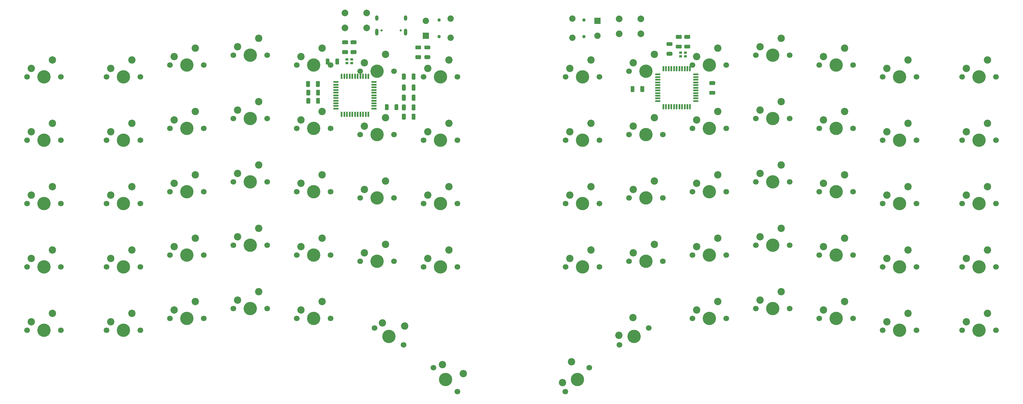
<source format=gbr>
%TF.GenerationSoftware,KiCad,Pcbnew,(5.1.10)-1*%
%TF.CreationDate,2021-08-08T19:29:01+02:00*%
%TF.ProjectId,T1,54312e6b-6963-4616-945f-706362585858,rev?*%
%TF.SameCoordinates,Original*%
%TF.FileFunction,Soldermask,Bot*%
%TF.FilePolarity,Negative*%
%FSLAX46Y46*%
G04 Gerber Fmt 4.6, Leading zero omitted, Abs format (unit mm)*
G04 Created by KiCad (PCBNEW (5.1.10)-1) date 2021-08-08 19:29:01*
%MOMM*%
%LPD*%
G01*
G04 APERTURE LIST*
%ADD10C,1.700000*%
%ADD11C,4.000000*%
%ADD12C,2.200000*%
%ADD13O,1.000000X2.100000*%
%ADD14C,0.650000*%
%ADD15O,1.000000X1.600000*%
%ADD16R,0.900000X0.800000*%
%ADD17R,0.550000X1.500000*%
%ADD18R,1.500000X0.550000*%
%ADD19C,2.000000*%
%ADD20C,1.000000*%
%ADD21C,1.900000*%
%ADD22R,1.900000X1.900000*%
G04 APERTURE END LIST*
D10*
%TO.C,SW43*%
X174148750Y-63404750D03*
D11*
X179228750Y-63404750D03*
D12*
X175418750Y-60864750D03*
X181768750Y-58324750D03*
%TD*%
D10*
%TO.C,SW16*%
X65500250Y-58578750D03*
X55340250Y-58578750D03*
D11*
X60420250Y-58578750D03*
D12*
X56610250Y-56038750D03*
X62960250Y-53498750D03*
%TD*%
D10*
%TO.C,SW26*%
X103600250Y-63404750D03*
X93440250Y-63404750D03*
D11*
X98520250Y-63404750D03*
D12*
X94710250Y-60864750D03*
X101060250Y-58324750D03*
%TD*%
D10*
%TO.C,SW72*%
X284384750Y-141255750D03*
X274224750Y-141255750D03*
D11*
X279304750Y-141255750D03*
D12*
X275494750Y-138715750D03*
X281844750Y-136175750D03*
%TD*%
D10*
%TO.C,SW71*%
X284384750Y-122205750D03*
X274224750Y-122205750D03*
D11*
X279304750Y-122205750D03*
D12*
X275494750Y-119665750D03*
X281844750Y-117125750D03*
%TD*%
D10*
%TO.C,SW70*%
X284384750Y-103155750D03*
X274224750Y-103155750D03*
D11*
X279304750Y-103155750D03*
D12*
X275494750Y-100615750D03*
X281844750Y-98075750D03*
%TD*%
D10*
%TO.C,SW69*%
X284384750Y-84105750D03*
X274224750Y-84105750D03*
D11*
X279304750Y-84105750D03*
D12*
X275494750Y-81565750D03*
X281844750Y-79025750D03*
%TD*%
D10*
%TO.C,SW68*%
X284384750Y-65055750D03*
X274224750Y-65055750D03*
D11*
X279304750Y-65055750D03*
D12*
X275494750Y-62515750D03*
X281844750Y-59975750D03*
%TD*%
D10*
%TO.C,SW67*%
X260508750Y-141255750D03*
X250348750Y-141255750D03*
D11*
X255428750Y-141255750D03*
D12*
X251618750Y-138715750D03*
X257968750Y-136175750D03*
%TD*%
D10*
%TO.C,SW66*%
X260508750Y-122205750D03*
X250348750Y-122205750D03*
D11*
X255428750Y-122205750D03*
D12*
X251618750Y-119665750D03*
X257968750Y-117125750D03*
%TD*%
D10*
%TO.C,SW65*%
X260508750Y-103155750D03*
X250348750Y-103155750D03*
D11*
X255428750Y-103155750D03*
D12*
X251618750Y-100615750D03*
X257968750Y-98075750D03*
%TD*%
D10*
%TO.C,SW64*%
X260508750Y-84105750D03*
X250348750Y-84105750D03*
D11*
X255428750Y-84105750D03*
D12*
X251618750Y-81565750D03*
X257968750Y-79025750D03*
%TD*%
D10*
%TO.C,SW63*%
X260508750Y-65055750D03*
X250348750Y-65055750D03*
D11*
X255428750Y-65055750D03*
D12*
X251618750Y-62515750D03*
X257968750Y-59975750D03*
%TD*%
D10*
%TO.C,SW62*%
X241458750Y-137699750D03*
X231298750Y-137699750D03*
D11*
X236378750Y-137699750D03*
D12*
X232568750Y-135159750D03*
X238918750Y-132619750D03*
%TD*%
D10*
%TO.C,SW61*%
X241458750Y-118649750D03*
X231298750Y-118649750D03*
D11*
X236378750Y-118649750D03*
D12*
X232568750Y-116109750D03*
X238918750Y-113569750D03*
%TD*%
D10*
%TO.C,SW60*%
X241458750Y-99599750D03*
X231298750Y-99599750D03*
D11*
X236378750Y-99599750D03*
D12*
X232568750Y-97059750D03*
X238918750Y-94519750D03*
%TD*%
D10*
%TO.C,SW59*%
X241458750Y-80549750D03*
X231298750Y-80549750D03*
D11*
X236378750Y-80549750D03*
D12*
X232568750Y-78009750D03*
X238918750Y-75469750D03*
%TD*%
D10*
%TO.C,SW58*%
X241458750Y-61499750D03*
X231298750Y-61499750D03*
D11*
X236378750Y-61499750D03*
D12*
X232568750Y-58959750D03*
X238918750Y-56419750D03*
%TD*%
D10*
%TO.C,SW57*%
X222408750Y-134778750D03*
X212248750Y-134778750D03*
D11*
X217328750Y-134778750D03*
D12*
X213518750Y-132238750D03*
X219868750Y-129698750D03*
%TD*%
D10*
%TO.C,SW56*%
X222408750Y-115728750D03*
X212248750Y-115728750D03*
D11*
X217328750Y-115728750D03*
D12*
X213518750Y-113188750D03*
X219868750Y-110648750D03*
%TD*%
D10*
%TO.C,SW55*%
X222408750Y-96678750D03*
X212248750Y-96678750D03*
D11*
X217328750Y-96678750D03*
D12*
X213518750Y-94138750D03*
X219868750Y-91598750D03*
%TD*%
D10*
%TO.C,SW54*%
X222408750Y-77628750D03*
X212248750Y-77628750D03*
D11*
X217328750Y-77628750D03*
D12*
X213518750Y-75088750D03*
X219868750Y-72548750D03*
%TD*%
D10*
%TO.C,SW53*%
X222408750Y-58578750D03*
X212248750Y-58578750D03*
D11*
X217328750Y-58578750D03*
D12*
X213518750Y-56038750D03*
X219868750Y-53498750D03*
%TD*%
D10*
%TO.C,SW52*%
X203358750Y-137699750D03*
X193198750Y-137699750D03*
D11*
X198278750Y-137699750D03*
D12*
X194468750Y-135159750D03*
X200818750Y-132619750D03*
%TD*%
D10*
%TO.C,SW51*%
X203358750Y-118649750D03*
X193198750Y-118649750D03*
D11*
X198278750Y-118649750D03*
D12*
X194468750Y-116109750D03*
X200818750Y-113569750D03*
%TD*%
D10*
%TO.C,SW50*%
X203358750Y-99599750D03*
X193198750Y-99599750D03*
D11*
X198278750Y-99599750D03*
D12*
X194468750Y-97059750D03*
X200818750Y-94519750D03*
%TD*%
D10*
%TO.C,SW49*%
X203358750Y-80549750D03*
X193198750Y-80549750D03*
D11*
X198278750Y-80549750D03*
D12*
X194468750Y-78009750D03*
X200818750Y-75469750D03*
%TD*%
D10*
%TO.C,SW48*%
X203358750Y-61499750D03*
X193198750Y-61499750D03*
D11*
X198278750Y-61499750D03*
D12*
X194468750Y-58959750D03*
X200818750Y-56419750D03*
%TD*%
D10*
%TO.C,SW47*%
X180072160Y-140575159D03*
X171273341Y-145655159D03*
D11*
X175672750Y-143115159D03*
D12*
X171103194Y-142820455D03*
X175332455Y-137445750D03*
%TD*%
D10*
%TO.C,SW46*%
X184308750Y-120554750D03*
X174148750Y-120554750D03*
D11*
X179228750Y-120554750D03*
D12*
X175418750Y-118014750D03*
X181768750Y-115474750D03*
%TD*%
D10*
%TO.C,SW45*%
X184308750Y-101504750D03*
X174148750Y-101504750D03*
D11*
X179228750Y-101504750D03*
D12*
X175418750Y-98964750D03*
X181768750Y-96424750D03*
%TD*%
D10*
%TO.C,SW44*%
X184308750Y-82454750D03*
X174148750Y-82454750D03*
D11*
X179228750Y-82454750D03*
D12*
X175418750Y-79914750D03*
X181768750Y-77374750D03*
%TD*%
D10*
%TO.C,SW42*%
X162246853Y-152522647D03*
X155062648Y-159706852D03*
D11*
X158654750Y-156114750D03*
D12*
X154164622Y-157012775D03*
X156858699Y-150726596D03*
%TD*%
D10*
%TO.C,SW41*%
X165258750Y-122205750D03*
X155098750Y-122205750D03*
D11*
X160178750Y-122205750D03*
D12*
X156368750Y-119665750D03*
X162718750Y-117125750D03*
%TD*%
D10*
%TO.C,SW40*%
X165258750Y-103155750D03*
X155098750Y-103155750D03*
D11*
X160178750Y-103155750D03*
D12*
X156368750Y-100615750D03*
X162718750Y-98075750D03*
%TD*%
D10*
%TO.C,SW39*%
X165258750Y-84105750D03*
X155098750Y-84105750D03*
D11*
X160178750Y-84105750D03*
D12*
X156368750Y-81565750D03*
X162718750Y-79025750D03*
%TD*%
D10*
%TO.C,SW38*%
X165258750Y-65055750D03*
X155098750Y-65055750D03*
D11*
X160178750Y-65055750D03*
D12*
X156368750Y-62515750D03*
X162718750Y-59975750D03*
%TD*%
D13*
%TO.C,J1*%
X98391250Y-51612250D03*
X107031250Y-51612250D03*
D14*
X105601250Y-51082250D03*
D15*
X107031250Y-47432250D03*
D14*
X99821250Y-51082250D03*
D15*
X98391250Y-47432250D03*
%TD*%
D16*
%TO.C,Y2*%
X189704750Y-58874750D03*
X191104750Y-58874750D03*
X191104750Y-57774750D03*
X189704750Y-57774750D03*
%TD*%
%TO.C,Y1*%
X89438250Y-60906750D03*
X90838250Y-60906750D03*
X90838250Y-59806750D03*
X89438250Y-59806750D03*
%TD*%
D17*
%TO.C,U2*%
X184499750Y-74057750D03*
X185299750Y-74057750D03*
X186099750Y-74057750D03*
X186899750Y-74057750D03*
X187699750Y-74057750D03*
X188499750Y-74057750D03*
X189299750Y-74057750D03*
X190099750Y-74057750D03*
X190899750Y-74057750D03*
X191699750Y-74057750D03*
X192499750Y-74057750D03*
D18*
X194199750Y-72357750D03*
X194199750Y-71557750D03*
X194199750Y-70757750D03*
X194199750Y-69957750D03*
X194199750Y-69157750D03*
X194199750Y-68357750D03*
X194199750Y-67557750D03*
X194199750Y-66757750D03*
X194199750Y-65957750D03*
X194199750Y-65157750D03*
X194199750Y-64357750D03*
D17*
X192499750Y-62657750D03*
X191699750Y-62657750D03*
X190899750Y-62657750D03*
X190099750Y-62657750D03*
X189299750Y-62657750D03*
X188499750Y-62657750D03*
X187699750Y-62657750D03*
X186899750Y-62657750D03*
X186099750Y-62657750D03*
X185299750Y-62657750D03*
X184499750Y-62657750D03*
D18*
X182799750Y-64357750D03*
X182799750Y-65157750D03*
X182799750Y-65957750D03*
X182799750Y-66757750D03*
X182799750Y-67557750D03*
X182799750Y-68357750D03*
X182799750Y-69157750D03*
X182799750Y-69957750D03*
X182799750Y-70757750D03*
X182799750Y-71557750D03*
X182799750Y-72357750D03*
%TD*%
D17*
%TO.C,U1*%
X87852750Y-76343750D03*
X88652750Y-76343750D03*
X89452750Y-76343750D03*
X90252750Y-76343750D03*
X91052750Y-76343750D03*
X91852750Y-76343750D03*
X92652750Y-76343750D03*
X93452750Y-76343750D03*
X94252750Y-76343750D03*
X95052750Y-76343750D03*
X95852750Y-76343750D03*
D18*
X97552750Y-74643750D03*
X97552750Y-73843750D03*
X97552750Y-73043750D03*
X97552750Y-72243750D03*
X97552750Y-71443750D03*
X97552750Y-70643750D03*
X97552750Y-69843750D03*
X97552750Y-69043750D03*
X97552750Y-68243750D03*
X97552750Y-67443750D03*
X97552750Y-66643750D03*
D17*
X95852750Y-64943750D03*
X95052750Y-64943750D03*
X94252750Y-64943750D03*
X93452750Y-64943750D03*
X92652750Y-64943750D03*
X91852750Y-64943750D03*
X91052750Y-64943750D03*
X90252750Y-64943750D03*
X89452750Y-64943750D03*
X88652750Y-64943750D03*
X87852750Y-64943750D03*
D18*
X86152750Y-66643750D03*
X86152750Y-67443750D03*
X86152750Y-68243750D03*
X86152750Y-69043750D03*
X86152750Y-69843750D03*
X86152750Y-70643750D03*
X86152750Y-71443750D03*
X86152750Y-72243750D03*
X86152750Y-73043750D03*
X86152750Y-73843750D03*
X86152750Y-74643750D03*
%TD*%
D19*
%TO.C,SW37*%
X177727750Y-47656750D03*
X177727750Y-52156750D03*
X171227750Y-47656750D03*
X171227750Y-52156750D03*
%TD*%
%TO.C,SW36*%
X95368250Y-45878750D03*
X95368250Y-50378750D03*
X88868250Y-45878750D03*
X88868250Y-50378750D03*
%TD*%
D10*
%TO.C,SW35*%
X122632199Y-159724904D03*
X115447994Y-152540699D03*
D11*
X119040096Y-156132801D03*
D12*
X118142071Y-151642673D03*
X124428250Y-154336750D03*
%TD*%
D10*
%TO.C,SW34*%
X122650250Y-122205750D03*
X112490250Y-122205750D03*
D11*
X117570250Y-122205750D03*
D12*
X113760250Y-119665750D03*
X120110250Y-117125750D03*
%TD*%
D10*
%TO.C,SW33*%
X122650250Y-103155750D03*
X112490250Y-103155750D03*
D11*
X117570250Y-103155750D03*
D12*
X113760250Y-100615750D03*
X120110250Y-98075750D03*
%TD*%
D10*
%TO.C,SW32*%
X122650250Y-84105750D03*
X112490250Y-84105750D03*
D11*
X117570250Y-84105750D03*
D12*
X113760250Y-81565750D03*
X120110250Y-79025750D03*
%TD*%
D10*
%TO.C,SW31*%
X122650250Y-65055750D03*
X112490250Y-65055750D03*
D11*
X117570250Y-65055750D03*
D12*
X113760250Y-62515750D03*
X120110250Y-59975750D03*
%TD*%
D10*
%TO.C,SW30*%
X106475660Y-145700750D03*
X97676841Y-140620750D03*
D11*
X102076250Y-143160750D03*
D12*
X100046694Y-139056046D03*
X106815955Y-140031341D03*
%TD*%
D10*
%TO.C,SW29*%
X103600250Y-120554750D03*
X93440250Y-120554750D03*
D11*
X98520250Y-120554750D03*
D12*
X94710250Y-118014750D03*
X101060250Y-115474750D03*
%TD*%
D10*
%TO.C,SW28*%
X103600250Y-101504750D03*
X93440250Y-101504750D03*
D11*
X98520250Y-101504750D03*
D12*
X94710250Y-98964750D03*
X101060250Y-96424750D03*
%TD*%
D10*
%TO.C,SW27*%
X103600250Y-82454750D03*
X93440250Y-82454750D03*
D11*
X98520250Y-82454750D03*
D12*
X94710250Y-79914750D03*
X101060250Y-77374750D03*
%TD*%
D10*
%TO.C,SW25*%
X84550250Y-137699750D03*
X74390250Y-137699750D03*
D11*
X79470250Y-137699750D03*
D12*
X75660250Y-135159750D03*
X82010250Y-132619750D03*
%TD*%
D10*
%TO.C,SW24*%
X84550250Y-118649750D03*
X74390250Y-118649750D03*
D11*
X79470250Y-118649750D03*
D12*
X75660250Y-116109750D03*
X82010250Y-113569750D03*
%TD*%
D10*
%TO.C,SW23*%
X84550250Y-99599750D03*
X74390250Y-99599750D03*
D11*
X79470250Y-99599750D03*
D12*
X75660250Y-97059750D03*
X82010250Y-94519750D03*
%TD*%
D10*
%TO.C,SW22*%
X84550250Y-80549750D03*
X74390250Y-80549750D03*
D11*
X79470250Y-80549750D03*
D12*
X75660250Y-78009750D03*
X82010250Y-75469750D03*
%TD*%
D10*
%TO.C,SW21*%
X84550250Y-61499750D03*
X74390250Y-61499750D03*
D11*
X79470250Y-61499750D03*
D12*
X75660250Y-58959750D03*
X82010250Y-56419750D03*
%TD*%
D10*
%TO.C,SW20*%
X65500250Y-134778750D03*
X55340250Y-134778750D03*
D11*
X60420250Y-134778750D03*
D12*
X56610250Y-132238750D03*
X62960250Y-129698750D03*
%TD*%
D10*
%TO.C,SW19*%
X65500250Y-115728750D03*
X55340250Y-115728750D03*
D11*
X60420250Y-115728750D03*
D12*
X56610250Y-113188750D03*
X62960250Y-110648750D03*
%TD*%
D10*
%TO.C,SW18*%
X65500250Y-96678750D03*
X55340250Y-96678750D03*
D11*
X60420250Y-96678750D03*
D12*
X56610250Y-94138750D03*
X62960250Y-91598750D03*
%TD*%
D10*
%TO.C,SW17*%
X65500250Y-77628750D03*
X55340250Y-77628750D03*
D11*
X60420250Y-77628750D03*
D12*
X56610250Y-75088750D03*
X62960250Y-72548750D03*
%TD*%
D10*
%TO.C,SW15*%
X46450250Y-137699750D03*
X36290250Y-137699750D03*
D11*
X41370250Y-137699750D03*
D12*
X37560250Y-135159750D03*
X43910250Y-132619750D03*
%TD*%
D10*
%TO.C,SW14*%
X46450250Y-118649750D03*
X36290250Y-118649750D03*
D11*
X41370250Y-118649750D03*
D12*
X37560250Y-116109750D03*
X43910250Y-113569750D03*
%TD*%
D10*
%TO.C,SW13*%
X46450250Y-99599750D03*
X36290250Y-99599750D03*
D11*
X41370250Y-99599750D03*
D12*
X37560250Y-97059750D03*
X43910250Y-94519750D03*
%TD*%
D10*
%TO.C,SW12*%
X46450250Y-80549750D03*
X36290250Y-80549750D03*
D11*
X41370250Y-80549750D03*
D12*
X37560250Y-78009750D03*
X43910250Y-75469750D03*
%TD*%
D10*
%TO.C,SW11*%
X46450250Y-61499750D03*
X36290250Y-61499750D03*
D11*
X41370250Y-61499750D03*
D12*
X37560250Y-58959750D03*
X43910250Y-56419750D03*
%TD*%
D10*
%TO.C,SW10*%
X27400250Y-141255750D03*
X17240250Y-141255750D03*
D11*
X22320250Y-141255750D03*
D12*
X18510250Y-138715750D03*
X24860250Y-136175750D03*
%TD*%
D10*
%TO.C,SW9*%
X27400250Y-122205750D03*
X17240250Y-122205750D03*
D11*
X22320250Y-122205750D03*
D12*
X18510250Y-119665750D03*
X24860250Y-117125750D03*
%TD*%
D10*
%TO.C,SW8*%
X27400250Y-103155750D03*
X17240250Y-103155750D03*
D11*
X22320250Y-103155750D03*
D12*
X18510250Y-100615750D03*
X24860250Y-98075750D03*
%TD*%
D10*
%TO.C,SW7*%
X27400250Y-84105750D03*
X17240250Y-84105750D03*
D11*
X22320250Y-84105750D03*
D12*
X18510250Y-81565750D03*
X24860250Y-79025750D03*
%TD*%
D10*
%TO.C,SW6*%
X27400250Y-65055750D03*
X17240250Y-65055750D03*
D11*
X22320250Y-65055750D03*
D12*
X18510250Y-62515750D03*
X24860250Y-59975750D03*
%TD*%
D10*
%TO.C,SW5*%
X3524250Y-141255750D03*
X-6635750Y-141255750D03*
D11*
X-1555750Y-141255750D03*
D12*
X-5365750Y-138715750D03*
X984250Y-136175750D03*
%TD*%
D10*
%TO.C,SW4*%
X3524250Y-122205750D03*
X-6635750Y-122205750D03*
D11*
X-1555750Y-122205750D03*
D12*
X-5365750Y-119665750D03*
X984250Y-117125750D03*
%TD*%
D10*
%TO.C,SW3*%
X3524250Y-103155750D03*
X-6635750Y-103155750D03*
D11*
X-1555750Y-103155750D03*
D12*
X-5365750Y-100615750D03*
X984250Y-98075750D03*
%TD*%
D10*
%TO.C,SW2*%
X3524250Y-84105750D03*
X-6635750Y-84105750D03*
D11*
X-1555750Y-84105750D03*
D12*
X-5365750Y-81565750D03*
X984250Y-79025750D03*
%TD*%
D10*
%TO.C,SW1*%
X3524250Y-65055750D03*
X-6635750Y-65055750D03*
D11*
X-1555750Y-65055750D03*
D12*
X-5365750Y-62515750D03*
X984250Y-59975750D03*
%TD*%
%TO.C,R8*%
G36*
G01*
X114194751Y-56789750D02*
X112944749Y-56789750D01*
G75*
G02*
X112694750Y-56539751I0J249999D01*
G01*
X112694750Y-55914749D01*
G75*
G02*
X112944749Y-55664750I249999J0D01*
G01*
X114194751Y-55664750D01*
G75*
G02*
X114444750Y-55914749I0J-249999D01*
G01*
X114444750Y-56539751D01*
G75*
G02*
X114194751Y-56789750I-249999J0D01*
G01*
G37*
G36*
G01*
X114194751Y-59714750D02*
X112944749Y-59714750D01*
G75*
G02*
X112694750Y-59464751I0J249999D01*
G01*
X112694750Y-58839749D01*
G75*
G02*
X112944749Y-58589750I249999J0D01*
G01*
X114194751Y-58589750D01*
G75*
G02*
X114444750Y-58839749I0J-249999D01*
G01*
X114444750Y-59464751D01*
G75*
G02*
X114194751Y-59714750I-249999J0D01*
G01*
G37*
%TD*%
%TO.C,R7*%
G36*
G01*
X111464251Y-56789750D02*
X110214249Y-56789750D01*
G75*
G02*
X109964250Y-56539751I0J249999D01*
G01*
X109964250Y-55914749D01*
G75*
G02*
X110214249Y-55664750I249999J0D01*
G01*
X111464251Y-55664750D01*
G75*
G02*
X111714250Y-55914749I0J-249999D01*
G01*
X111714250Y-56539751D01*
G75*
G02*
X111464251Y-56789750I-249999J0D01*
G01*
G37*
G36*
G01*
X111464251Y-59714750D02*
X110214249Y-59714750D01*
G75*
G02*
X109964250Y-59464751I0J249999D01*
G01*
X109964250Y-58839749D01*
G75*
G02*
X110214249Y-58589750I249999J0D01*
G01*
X111464251Y-58589750D01*
G75*
G02*
X111714250Y-58839749I0J-249999D01*
G01*
X111714250Y-59464751D01*
G75*
G02*
X111464251Y-59714750I-249999J0D01*
G01*
G37*
%TD*%
%TO.C,R6*%
G36*
G01*
X199792751Y-67519250D02*
X198542749Y-67519250D01*
G75*
G02*
X198292750Y-67269251I0J249999D01*
G01*
X198292750Y-66644249D01*
G75*
G02*
X198542749Y-66394250I249999J0D01*
G01*
X199792751Y-66394250D01*
G75*
G02*
X200042750Y-66644249I0J-249999D01*
G01*
X200042750Y-67269251D01*
G75*
G02*
X199792751Y-67519250I-249999J0D01*
G01*
G37*
G36*
G01*
X199792751Y-70444250D02*
X198542749Y-70444250D01*
G75*
G02*
X198292750Y-70194251I0J249999D01*
G01*
X198292750Y-69569249D01*
G75*
G02*
X198542749Y-69319250I249999J0D01*
G01*
X199792751Y-69319250D01*
G75*
G02*
X200042750Y-69569249I0J-249999D01*
G01*
X200042750Y-70194251D01*
G75*
G02*
X199792751Y-70444250I-249999J0D01*
G01*
G37*
%TD*%
%TO.C,R5*%
G36*
G01*
X185715749Y-57573750D02*
X186965751Y-57573750D01*
G75*
G02*
X187215750Y-57823749I0J-249999D01*
G01*
X187215750Y-58448751D01*
G75*
G02*
X186965751Y-58698750I-249999J0D01*
G01*
X185715749Y-58698750D01*
G75*
G02*
X185465750Y-58448751I0J249999D01*
G01*
X185465750Y-57823749D01*
G75*
G02*
X185715749Y-57573750I249999J0D01*
G01*
G37*
G36*
G01*
X185715749Y-54648750D02*
X186965751Y-54648750D01*
G75*
G02*
X187215750Y-54898749I0J-249999D01*
G01*
X187215750Y-55523751D01*
G75*
G02*
X186965751Y-55773750I-249999J0D01*
G01*
X185715749Y-55773750D01*
G75*
G02*
X185465750Y-55523751I0J249999D01*
G01*
X185465750Y-54898749D01*
G75*
G02*
X185715749Y-54648750I249999J0D01*
G01*
G37*
%TD*%
%TO.C,R4*%
G36*
G01*
X103738250Y-74824751D02*
X103738250Y-73574749D01*
G75*
G02*
X103988249Y-73324750I249999J0D01*
G01*
X104613251Y-73324750D01*
G75*
G02*
X104863250Y-73574749I0J-249999D01*
G01*
X104863250Y-74824751D01*
G75*
G02*
X104613251Y-75074750I-249999J0D01*
G01*
X103988249Y-75074750D01*
G75*
G02*
X103738250Y-74824751I0J249999D01*
G01*
G37*
G36*
G01*
X100813250Y-74824751D02*
X100813250Y-73574749D01*
G75*
G02*
X101063249Y-73324750I249999J0D01*
G01*
X101688251Y-73324750D01*
G75*
G02*
X101938250Y-73574749I0J-249999D01*
G01*
X101938250Y-74824751D01*
G75*
G02*
X101688251Y-75074750I-249999J0D01*
G01*
X101063249Y-75074750D01*
G75*
G02*
X100813250Y-74824751I0J249999D01*
G01*
G37*
%TD*%
%TO.C,R3*%
G36*
G01*
X78379750Y-69193249D02*
X78379750Y-70443251D01*
G75*
G02*
X78129751Y-70693250I-249999J0D01*
G01*
X77504749Y-70693250D01*
G75*
G02*
X77254750Y-70443251I0J249999D01*
G01*
X77254750Y-69193249D01*
G75*
G02*
X77504749Y-68943250I249999J0D01*
G01*
X78129751Y-68943250D01*
G75*
G02*
X78379750Y-69193249I0J-249999D01*
G01*
G37*
G36*
G01*
X81304750Y-69193249D02*
X81304750Y-70443251D01*
G75*
G02*
X81054751Y-70693250I-249999J0D01*
G01*
X80429749Y-70693250D01*
G75*
G02*
X80179750Y-70443251I0J249999D01*
G01*
X80179750Y-69193249D01*
G75*
G02*
X80429749Y-68943250I249999J0D01*
G01*
X81054751Y-68943250D01*
G75*
G02*
X81304750Y-69193249I0J-249999D01*
G01*
G37*
%TD*%
%TO.C,R2*%
G36*
G01*
X78379750Y-71669749D02*
X78379750Y-72919751D01*
G75*
G02*
X78129751Y-73169750I-249999J0D01*
G01*
X77504749Y-73169750D01*
G75*
G02*
X77254750Y-72919751I0J249999D01*
G01*
X77254750Y-71669749D01*
G75*
G02*
X77504749Y-71419750I249999J0D01*
G01*
X78129751Y-71419750D01*
G75*
G02*
X78379750Y-71669749I0J-249999D01*
G01*
G37*
G36*
G01*
X81304750Y-71669749D02*
X81304750Y-72919751D01*
G75*
G02*
X81054751Y-73169750I-249999J0D01*
G01*
X80429749Y-73169750D01*
G75*
G02*
X80179750Y-72919751I0J249999D01*
G01*
X80179750Y-71669749D01*
G75*
G02*
X80429749Y-71419750I249999J0D01*
G01*
X81054751Y-71419750D01*
G75*
G02*
X81304750Y-71669749I0J-249999D01*
G01*
G37*
%TD*%
%TO.C,R1*%
G36*
G01*
X84158250Y-59858749D02*
X84158250Y-61108751D01*
G75*
G02*
X83908251Y-61358750I-249999J0D01*
G01*
X83283249Y-61358750D01*
G75*
G02*
X83033250Y-61108751I0J249999D01*
G01*
X83033250Y-59858749D01*
G75*
G02*
X83283249Y-59608750I249999J0D01*
G01*
X83908251Y-59608750D01*
G75*
G02*
X84158250Y-59858749I0J-249999D01*
G01*
G37*
G36*
G01*
X87083250Y-59858749D02*
X87083250Y-61108751D01*
G75*
G02*
X86833251Y-61358750I-249999J0D01*
G01*
X86208249Y-61358750D01*
G75*
G02*
X85958250Y-61108751I0J249999D01*
G01*
X85958250Y-59858749D01*
G75*
G02*
X86208249Y-59608750I249999J0D01*
G01*
X86833251Y-59608750D01*
G75*
G02*
X87083250Y-59858749I0J-249999D01*
G01*
G37*
%TD*%
D20*
%TO.C,J3*%
X160646750Y-47950750D03*
X160646750Y-52950750D03*
D21*
X164646750Y-52700750D03*
D22*
X164646750Y-48200750D03*
D21*
X157146750Y-53350750D03*
X157146750Y-47550750D03*
%TD*%
D20*
%TO.C,J2*%
X117102250Y-52950750D03*
X117102250Y-47950750D03*
D21*
X113102250Y-48200750D03*
D22*
X113102250Y-52700750D03*
D21*
X120602250Y-47550750D03*
X120602250Y-53350750D03*
%TD*%
%TO.C,C11*%
G36*
G01*
X177588750Y-69388751D02*
X177588750Y-68088749D01*
G75*
G02*
X177838749Y-67838750I249999J0D01*
G01*
X178488751Y-67838750D01*
G75*
G02*
X178738750Y-68088749I0J-249999D01*
G01*
X178738750Y-69388751D01*
G75*
G02*
X178488751Y-69638750I-249999J0D01*
G01*
X177838749Y-69638750D01*
G75*
G02*
X177588750Y-69388751I0J249999D01*
G01*
G37*
G36*
G01*
X174638750Y-69388751D02*
X174638750Y-68088749D01*
G75*
G02*
X174888749Y-67838750I249999J0D01*
G01*
X175538751Y-67838750D01*
G75*
G02*
X175788750Y-68088749I0J-249999D01*
G01*
X175788750Y-69388751D01*
G75*
G02*
X175538751Y-69638750I-249999J0D01*
G01*
X174888749Y-69638750D01*
G75*
G02*
X174638750Y-69388751I0J249999D01*
G01*
G37*
%TD*%
%TO.C,C10*%
G36*
G01*
X189784751Y-53614750D02*
X188484749Y-53614750D01*
G75*
G02*
X188234750Y-53364751I0J249999D01*
G01*
X188234750Y-52714749D01*
G75*
G02*
X188484749Y-52464750I249999J0D01*
G01*
X189784751Y-52464750D01*
G75*
G02*
X190034750Y-52714749I0J-249999D01*
G01*
X190034750Y-53364751D01*
G75*
G02*
X189784751Y-53614750I-249999J0D01*
G01*
G37*
G36*
G01*
X189784751Y-56564750D02*
X188484749Y-56564750D01*
G75*
G02*
X188234750Y-56314751I0J249999D01*
G01*
X188234750Y-55664749D01*
G75*
G02*
X188484749Y-55414750I249999J0D01*
G01*
X189784751Y-55414750D01*
G75*
G02*
X190034750Y-55664749I0J-249999D01*
G01*
X190034750Y-56314751D01*
G75*
G02*
X189784751Y-56564750I-249999J0D01*
G01*
G37*
%TD*%
%TO.C,C9*%
G36*
G01*
X192324751Y-53614750D02*
X191024749Y-53614750D01*
G75*
G02*
X190774750Y-53364751I0J249999D01*
G01*
X190774750Y-52714749D01*
G75*
G02*
X191024749Y-52464750I249999J0D01*
G01*
X192324751Y-52464750D01*
G75*
G02*
X192574750Y-52714749I0J-249999D01*
G01*
X192574750Y-53364751D01*
G75*
G02*
X192324751Y-53614750I-249999J0D01*
G01*
G37*
G36*
G01*
X192324751Y-56564750D02*
X191024749Y-56564750D01*
G75*
G02*
X190774750Y-56314751I0J249999D01*
G01*
X190774750Y-55664749D01*
G75*
G02*
X191024749Y-55414750I249999J0D01*
G01*
X192324751Y-55414750D01*
G75*
G02*
X192574750Y-55664749I0J-249999D01*
G01*
X192574750Y-56314751D01*
G75*
G02*
X192324751Y-56564750I-249999J0D01*
G01*
G37*
%TD*%
%TO.C,C8*%
G36*
G01*
X80116250Y-67864751D02*
X80116250Y-66564749D01*
G75*
G02*
X80366249Y-66314750I249999J0D01*
G01*
X81016251Y-66314750D01*
G75*
G02*
X81266250Y-66564749I0J-249999D01*
G01*
X81266250Y-67864751D01*
G75*
G02*
X81016251Y-68114750I-249999J0D01*
G01*
X80366249Y-68114750D01*
G75*
G02*
X80116250Y-67864751I0J249999D01*
G01*
G37*
G36*
G01*
X77166250Y-67864751D02*
X77166250Y-66564749D01*
G75*
G02*
X77416249Y-66314750I249999J0D01*
G01*
X78066251Y-66314750D01*
G75*
G02*
X78316250Y-66564749I0J-249999D01*
G01*
X78316250Y-67864751D01*
G75*
G02*
X78066251Y-68114750I-249999J0D01*
G01*
X77416249Y-68114750D01*
G75*
G02*
X77166250Y-67864751I0J249999D01*
G01*
G37*
%TD*%
%TO.C,C7*%
G36*
G01*
X89518251Y-55265750D02*
X88218249Y-55265750D01*
G75*
G02*
X87968250Y-55015751I0J249999D01*
G01*
X87968250Y-54365749D01*
G75*
G02*
X88218249Y-54115750I249999J0D01*
G01*
X89518251Y-54115750D01*
G75*
G02*
X89768250Y-54365749I0J-249999D01*
G01*
X89768250Y-55015751D01*
G75*
G02*
X89518251Y-55265750I-249999J0D01*
G01*
G37*
G36*
G01*
X89518251Y-58215750D02*
X88218249Y-58215750D01*
G75*
G02*
X87968250Y-57965751I0J249999D01*
G01*
X87968250Y-57315749D01*
G75*
G02*
X88218249Y-57065750I249999J0D01*
G01*
X89518251Y-57065750D01*
G75*
G02*
X89768250Y-57315749I0J-249999D01*
G01*
X89768250Y-57965751D01*
G75*
G02*
X89518251Y-58215750I-249999J0D01*
G01*
G37*
%TD*%
%TO.C,C6*%
G36*
G01*
X92058251Y-55265750D02*
X90758249Y-55265750D01*
G75*
G02*
X90508250Y-55015751I0J249999D01*
G01*
X90508250Y-54365749D01*
G75*
G02*
X90758249Y-54115750I249999J0D01*
G01*
X92058251Y-54115750D01*
G75*
G02*
X92308250Y-54365749I0J-249999D01*
G01*
X92308250Y-55015751D01*
G75*
G02*
X92058251Y-55265750I-249999J0D01*
G01*
G37*
G36*
G01*
X92058251Y-58215750D02*
X90758249Y-58215750D01*
G75*
G02*
X90508250Y-57965751I0J249999D01*
G01*
X90508250Y-57315749D01*
G75*
G02*
X90758249Y-57065750I249999J0D01*
G01*
X92058251Y-57065750D01*
G75*
G02*
X92308250Y-57315749I0J-249999D01*
G01*
X92308250Y-57965751D01*
G75*
G02*
X92058251Y-58215750I-249999J0D01*
G01*
G37*
%TD*%
%TO.C,C5*%
G36*
G01*
X107081750Y-76407249D02*
X107081750Y-77707251D01*
G75*
G02*
X106831751Y-77957250I-249999J0D01*
G01*
X106181749Y-77957250D01*
G75*
G02*
X105931750Y-77707251I0J249999D01*
G01*
X105931750Y-76407249D01*
G75*
G02*
X106181749Y-76157250I249999J0D01*
G01*
X106831751Y-76157250D01*
G75*
G02*
X107081750Y-76407249I0J-249999D01*
G01*
G37*
G36*
G01*
X110031750Y-76407249D02*
X110031750Y-77707251D01*
G75*
G02*
X109781751Y-77957250I-249999J0D01*
G01*
X109131749Y-77957250D01*
G75*
G02*
X108881750Y-77707251I0J249999D01*
G01*
X108881750Y-76407249D01*
G75*
G02*
X109131749Y-76157250I249999J0D01*
G01*
X109781751Y-76157250D01*
G75*
G02*
X110031750Y-76407249I0J-249999D01*
G01*
G37*
%TD*%
%TO.C,C4*%
G36*
G01*
X107081750Y-73613249D02*
X107081750Y-74913251D01*
G75*
G02*
X106831751Y-75163250I-249999J0D01*
G01*
X106181749Y-75163250D01*
G75*
G02*
X105931750Y-74913251I0J249999D01*
G01*
X105931750Y-73613249D01*
G75*
G02*
X106181749Y-73363250I249999J0D01*
G01*
X106831751Y-73363250D01*
G75*
G02*
X107081750Y-73613249I0J-249999D01*
G01*
G37*
G36*
G01*
X110031750Y-73613249D02*
X110031750Y-74913251D01*
G75*
G02*
X109781751Y-75163250I-249999J0D01*
G01*
X109131749Y-75163250D01*
G75*
G02*
X108881750Y-74913251I0J249999D01*
G01*
X108881750Y-73613249D01*
G75*
G02*
X109131749Y-73363250I249999J0D01*
G01*
X109781751Y-73363250D01*
G75*
G02*
X110031750Y-73613249I0J-249999D01*
G01*
G37*
%TD*%
%TO.C,C3*%
G36*
G01*
X107081750Y-70692249D02*
X107081750Y-71992251D01*
G75*
G02*
X106831751Y-72242250I-249999J0D01*
G01*
X106181749Y-72242250D01*
G75*
G02*
X105931750Y-71992251I0J249999D01*
G01*
X105931750Y-70692249D01*
G75*
G02*
X106181749Y-70442250I249999J0D01*
G01*
X106831751Y-70442250D01*
G75*
G02*
X107081750Y-70692249I0J-249999D01*
G01*
G37*
G36*
G01*
X110031750Y-70692249D02*
X110031750Y-71992251D01*
G75*
G02*
X109781751Y-72242250I-249999J0D01*
G01*
X109131749Y-72242250D01*
G75*
G02*
X108881750Y-71992251I0J249999D01*
G01*
X108881750Y-70692249D01*
G75*
G02*
X109131749Y-70442250I249999J0D01*
G01*
X109781751Y-70442250D01*
G75*
G02*
X110031750Y-70692249I0J-249999D01*
G01*
G37*
%TD*%
%TO.C,C2*%
G36*
G01*
X107081750Y-67644249D02*
X107081750Y-68944251D01*
G75*
G02*
X106831751Y-69194250I-249999J0D01*
G01*
X106181749Y-69194250D01*
G75*
G02*
X105931750Y-68944251I0J249999D01*
G01*
X105931750Y-67644249D01*
G75*
G02*
X106181749Y-67394250I249999J0D01*
G01*
X106831751Y-67394250D01*
G75*
G02*
X107081750Y-67644249I0J-249999D01*
G01*
G37*
G36*
G01*
X110031750Y-67644249D02*
X110031750Y-68944251D01*
G75*
G02*
X109781751Y-69194250I-249999J0D01*
G01*
X109131749Y-69194250D01*
G75*
G02*
X108881750Y-68944251I0J249999D01*
G01*
X108881750Y-67644249D01*
G75*
G02*
X109131749Y-67394250I249999J0D01*
G01*
X109781751Y-67394250D01*
G75*
G02*
X110031750Y-67644249I0J-249999D01*
G01*
G37*
%TD*%
%TO.C,C1*%
G36*
G01*
X107081750Y-64342249D02*
X107081750Y-65642251D01*
G75*
G02*
X106831751Y-65892250I-249999J0D01*
G01*
X106181749Y-65892250D01*
G75*
G02*
X105931750Y-65642251I0J249999D01*
G01*
X105931750Y-64342249D01*
G75*
G02*
X106181749Y-64092250I249999J0D01*
G01*
X106831751Y-64092250D01*
G75*
G02*
X107081750Y-64342249I0J-249999D01*
G01*
G37*
G36*
G01*
X110031750Y-64342249D02*
X110031750Y-65642251D01*
G75*
G02*
X109781751Y-65892250I-249999J0D01*
G01*
X109131749Y-65892250D01*
G75*
G02*
X108881750Y-65642251I0J249999D01*
G01*
X108881750Y-64342249D01*
G75*
G02*
X109131749Y-64092250I249999J0D01*
G01*
X109781751Y-64092250D01*
G75*
G02*
X110031750Y-64342249I0J-249999D01*
G01*
G37*
%TD*%
M02*

</source>
